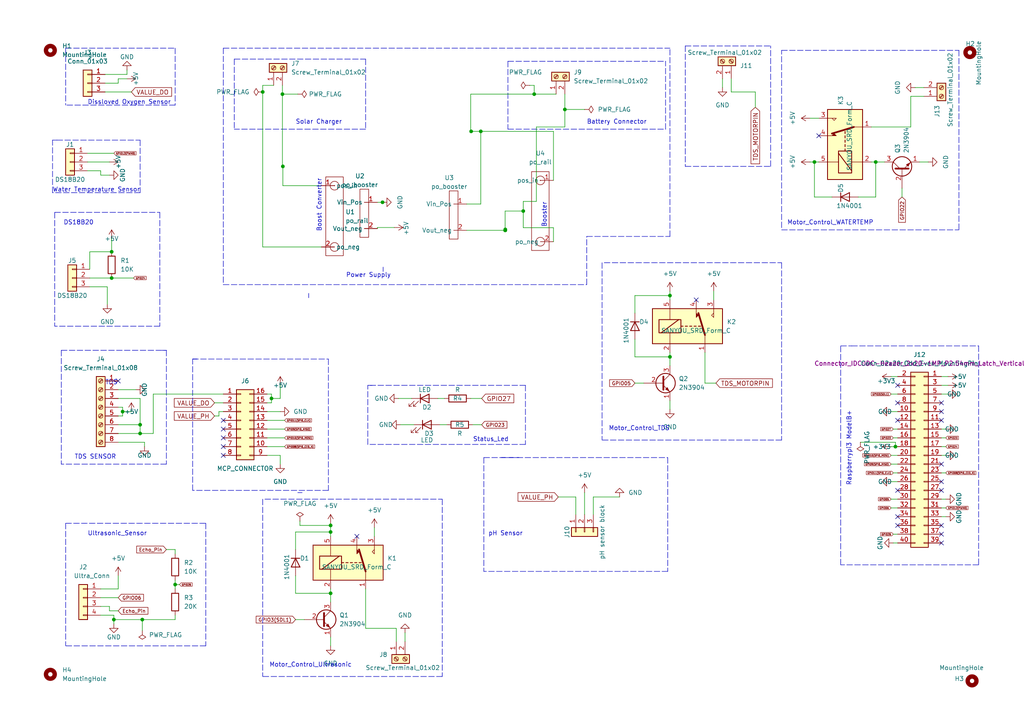
<source format=kicad_sch>
(kicad_sch (version 20211123) (generator eeschema)
  (paper "A4")
  (lib_symbols
    (symbol "Connector:Screw_Terminal_01x02" (pin_names (offset 1.016) hide)
      (property "Reference" "J" (at 0 2.54 0))
      (property "Value" "Screw_Terminal_01x02" (at 0 -5.08 0))
      (symbol "Screw_Terminal_01x02_1_1"
        (pin passive line (at -5.08 0 0) (length 3.81) (name "Pin_1") (number "1"))
        (pin passive line (at -5.08 -2.54 0) (length 3.81) (name "Pin_2") (number "2"))
      )
    )
    (symbol "Connector:Screw_Terminal_01x08" (pin_names (offset 1.016) hide)
      (property "Reference" "J" (at 0 10.16 0))
      (property "Value" "Screw_Terminal_01x08" (at 0 -12.7 0))
      (symbol "Screw_Terminal_01x08_1_1"
        (pin passive line (at -5.08 7.62 0) (length 3.81) (name "Pin_1") (number "1"))
        (pin passive line (at -5.08 5.08 0) (length 3.81) (name "Pin_2") (number "2"))
        (pin passive line (at -5.08 2.54 0) (length 3.81) (name "Pin_3") (number "3"))
        (pin passive line (at -5.08 0 0) (length 3.81) (name "Pin_4") (number "4"))
        (pin passive line (at -5.08 -2.54 0) (length 3.81) (name "Pin_5") (number "5"))
        (pin passive line (at -5.08 -5.08 0) (length 3.81) (name "Pin_6") (number "6"))
        (pin passive line (at -5.08 -7.62 0) (length 3.81) (name "Pin_7") (number "7"))
        (pin passive line (at -5.08 -10.16 0) (length 3.81) (name "Pin_8") (number "8"))
      )
    )
    (symbol "Connector_Generic:Conn_01x03" (pin_names (offset 1.016) hide)
      (property "Reference" "J" (at 0 5.08 0))
      (property "Value" "Conn_01x03" (at 0 -5.08 0))
      (symbol "Conn_01x03_1_1"
        (pin passive line (at -5.08 2.54 0) (length 3.81) (name "Pin_1") (number "1"))
        (pin passive line (at -5.08 0 0) (length 3.81) (name "Pin_2") (number "2"))
        (pin passive line (at -5.08 -2.54 0) (length 3.81) (name "Pin_3") (number "3"))
      )
    )
    (symbol "Connector_Generic:Conn_01x04" (pin_names (offset 1.016) hide)
      (property "Reference" "J" (at 0 5.08 0))
      (property "Value" "Conn_01x04" (at 0 -7.62 0))
      (symbol "Conn_01x04_1_1"
        (pin passive line (at -5.08 2.54 0) (length 3.81) (name "Pin_1") (number "1"))
        (pin passive line (at -5.08 0 0) (length 3.81) (name "Pin_2") (number "2"))
        (pin passive line (at -5.08 -2.54 0) (length 3.81) (name "Pin_3") (number "3"))
        (pin passive line (at -5.08 -5.08 0) (length 3.81) (name "Pin_4") (number "4"))
      )
    )
    (symbol "Connector_Generic:Conn_02x08_Row_Letter_Last" (pin_names (offset 1.016) hide)
      (property "Reference" "J6" (at 1.27 11.43 0))
      (property "Value" "MCP_CONNECTOR" (at 1.27 -13.97 0))
      (symbol "Conn_02x08_Row_Letter_Last_1_1"
        (pin passive line (at -5.08 7.62 0) (length 3.81) (name "Pin_1a") (number "1"))
        (pin passive line (at 7.62 -7.62 180) (length 3.81) (name "Pin_7b") (number "10"))
        (pin passive line (at 7.62 -5.08 180) (length 3.81) (name "Pin_6b") (number "11"))
        (pin passive line (at 7.62 -2.54 180) (length 3.81) (name "Pin_5b") (number "12"))
        (pin passive line (at 7.62 0 180) (length 3.81) (name "Pin_4b") (number "13"))
        (pin passive line (at 7.62 2.54 180) (length 3.81) (name "Pin_3b") (number "14"))
        (pin passive line (at 7.62 5.08 180) (length 3.81) (name "Pin_2b") (number "15"))
        (pin passive line (at 7.62 7.62 180) (length 3.81) (name "Pin_1b") (number "16"))
        (pin passive line (at -5.08 5.08 0) (length 3.81) (name "Pin_2a") (number "2"))
        (pin passive line (at -5.08 2.54 0) (length 3.81) (name "Pin_3a") (number "3"))
        (pin passive line (at -5.08 0 0) (length 3.81) (name "Pin_4a") (number "4"))
        (pin passive line (at -5.08 -2.54 0) (length 3.81) (name "Pin_5a") (number "5"))
        (pin passive line (at -5.08 -5.08 0) (length 3.81) (name "Pin_6a") (number "6"))
        (pin passive line (at -5.08 -7.62 0) (length 3.81) (name "Pin_7a") (number "7"))
        (pin passive line (at -5.08 -10.16 0) (length 3.81) (name "Pin_8a") (number "8"))
        (pin passive line (at 7.62 -10.16 180) (length 3.81) (name "Pin_8b") (number "9"))
      )
    )
    (symbol "Connector_Generic_MountingPin:Conn_02x20_Odd_Even_MountingPin" (pin_names (offset 1.016) hide)
      (property "Reference" "J12" (at 1.27 29.21 0))
      (property "Value" "Conn_02x20_Odd_Even_MountingPin" (at 1.27 26.67 0))
      (property "Footprint" "Connector_IDC:IDC-Header_2x20-1MP_P2.54mm_Latch_Vertical" (at 1.27 26.67 0))
      (symbol "Conn_02x20_Odd_Even_MountingPin_1_1"
        (pin passive line (at -5.08 22.86 0) (length 3.81) (name "Pin_1") (number "1"))
        (pin passive line (at 7.62 12.7 180) (length 3.81) (name "Pin_10") (number "10"))
        (pin passive line (at -5.08 10.16 0) (length 3.81) (name "Pin_11") (number "11"))
        (pin passive line (at 7.62 10.16 180) (length 3.81) (name "Pin_12") (number "12"))
        (pin passive line (at -5.08 7.62 0) (length 3.81) (name "Pin_13") (number "13"))
        (pin passive line (at 7.62 7.62 180) (length 3.81) (name "Pin_14") (number "14"))
        (pin passive line (at -5.08 5.08 0) (length 3.81) (name "Pin_15") (number "15"))
        (pin passive line (at 7.62 5.08 180) (length 3.81) (name "Pin_16") (number "16"))
        (pin passive line (at -5.08 2.54 0) (length 3.81) (name "Pin_17") (number "17"))
        (pin passive line (at 7.62 2.54 180) (length 3.81) (name "Pin_18") (number "18"))
        (pin passive line (at -5.08 0 0) (length 3.81) (name "Pin_19") (number "19"))
        (pin passive line (at 7.62 22.86 180) (length 3.81) (name "Pin_2") (number "2"))
        (pin passive line (at 7.62 0 180) (length 3.81) (name "Pin_20") (number "20"))
        (pin passive line (at -5.08 -2.54 0) (length 3.81) (name "Pin_21") (number "21"))
        (pin passive line (at 7.62 -2.54 180) (length 3.81) (name "Pin_22") (number "22"))
        (pin passive line (at -5.08 -5.08 0) (length 3.81) (name "Pin_23") (number "23"))
        (pin passive line (at 7.62 -5.08 180) (length 3.81) (name "Pin_24") (number "24"))
        (pin passive line (at -5.08 -7.62 0) (length 3.81) (name "Pin_25") (number "25"))
        (pin passive line (at 7.62 -7.62 180) (length 3.81) (name "Pin_26") (number "26"))
        (pin passive line (at -5.08 -10.16 0) (length 3.81) (name "Pin_27") (number "27"))
        (pin passive line (at 7.62 -10.16 180) (length 3.81) (name "Pin_28") (number "28"))
        (pin passive line (at -5.08 -12.7 0) (length 3.81) (name "Pin_29") (number "29"))
        (pin passive line (at -5.08 20.32 0) (length 3.81) (name "Pin_3") (number "3"))
        (pin passive line (at 7.62 -12.7 180) (length 3.81) (name "Pin_30") (number "30"))
        (pin passive line (at -5.08 -15.24 0) (length 3.81) (name "Pin_31") (number "31"))
        (pin passive line (at 7.62 -15.24 180) (length 3.81) (name "Pin_32") (number "32"))
        (pin passive line (at -5.08 -17.78 0) (length 3.81) (name "Pin_33") (number "33"))
        (pin passive line (at 7.62 -17.78 180) (length 3.81) (name "Pin_34") (number "34"))
        (pin passive line (at -5.08 -20.32 0) (length 3.81) (name "Pin_35") (number "35"))
        (pin passive line (at 7.62 -20.32 180) (length 3.81) (name "Pin_36") (number "36"))
        (pin passive line (at -5.08 -22.86 0) (length 3.81) (name "Pin_37") (number "37"))
        (pin passive line (at 7.62 -22.86 180) (length 3.81) (name "Pin_38") (number "38"))
        (pin passive line (at -5.08 -25.4 0) (length 3.81) (name "Pin_39") (number "39"))
        (pin passive line (at 7.62 20.32 180) (length 3.81) (name "Pin_4") (number "4"))
        (pin passive line (at 7.62 -25.4 180) (length 3.81) (name "Pin_40") (number "40"))
        (pin passive line (at -5.08 17.78 0) (length 3.81) (name "Pin_5") (number "5"))
        (pin passive line (at 7.62 17.78 180) (length 3.81) (name "Pin_6") (number "6"))
        (pin passive line (at -5.08 15.24 0) (length 3.81) (name "Pin_7") (number "7"))
        (pin passive line (at 7.62 15.24 180) (length 3.81) (name "Pin_8") (number "8"))
        (pin passive line (at -5.08 12.7 0) (length 3.81) (name "Pin_9") (number "9"))
      )
    )
    (symbol "Device:LED" (pin_numbers hide) (pin_names (offset 1.016) hide)
      (property "Reference" "D" (at 0 2.54 0))
      (property "Value" "LED" (at 0 -2.54 0))
      (symbol "LED_1_1"
        (pin passive line (at -3.81 0 0) (length 2.54) (name "K") (number "1"))
        (pin passive line (at 3.81 0 180) (length 2.54) (name "A") (number "2"))
      )
    )
    (symbol "Device:R" (pin_numbers hide) (pin_names (offset 0))
      (property "Reference" "R" (at 2.032 0 90))
      (property "Value" "R" (at 0 0 90))
      (symbol "R_1_1"
        (pin passive line (at 0 3.81 270) (length 1.27) (name "~") (number "1"))
        (pin passive line (at 0 -3.81 90) (length 1.27) (name "~") (number "2"))
      )
    )
    (symbol "Diode:1N4001" (pin_numbers hide) (pin_names (offset 1.016) hide)
      (property "Reference" "D" (at 0 2.54 0))
      (property "Value" "1N4001" (at 0 -2.54 0))
      (symbol "1N4001_1_1"
        (pin passive line (at -3.81 0 0) (length 2.54) (name "K") (number "1"))
        (pin passive line (at 3.81 0 180) (length 2.54) (name "A") (number "2"))
      )
    )
    (symbol "Mechanical:MountingHole" (pin_names (offset 1.016))
      (property "Reference" "H" (at 0 5.08 0))
      (property "Value" "MountingHole" (at 0 3.175 0))
    )
    (symbol "Relay:SANYOU_SRD_Form_C"
      (property "Reference" "K" (at 11.43 3.81 0))
      (property "Value" "SANYOU_SRD_Form_C" (at 11.43 1.27 0))
      (symbol "SANYOU_SRD_Form_C_1_1"
        (pin passive line (at 5.08 -7.62 90) (length 2.54) (name "~") (number "1"))
        (pin passive line (at -5.08 -7.62 90) (length 2.54) (name "~") (number "2"))
        (pin passive line (at 7.62 7.62 270) (length 2.54) (name "~") (number "3"))
        (pin passive line (at 2.54 7.62 270) (length 2.54) (name "~") (number "4"))
        (pin passive line (at -5.08 7.62 270) (length 2.54) (name "~") (number "5"))
      )
    )
    (symbol "Transistor_BJT:2N3904" (pin_names (offset 0) hide)
      (property "Reference" "Q" (at 5.08 1.905 0))
      (property "Value" "2N3904" (at 5.08 0 0))
      (symbol "2N3904_1_1"
        (pin passive line (at 2.54 -5.08 90) (length 2.54) (name "E") (number "1"))
        (pin passive line (at -5.08 0 0) (length 5.715) (name "B") (number "2"))
        (pin passive line (at 2.54 5.08 270) (length 2.54) (name "C") (number "3"))
      )
    )
    (symbol "po_booster_1"
      (property "Reference" "U2" (at 1.27 11.43 0))
      (property "Value" "po_booster" (at 1.27 8.89 0))
      (symbol "po_booster_1_1_1"
        (pin passive line (at -3.81 3.81 0) (length 3.81) (name "Vin_Pos") (number "1"))
        (pin passive line (at -3.81 -3.81 0) (length 3.81) (name "Vout_neg") (number "2"))
      )
    )
    (symbol "po_sol:po_rail"
      (property "Reference" "U" (at 0 -11.43 0))
      (property "Value" "po_rail" (at 0 13.97 0))
      (symbol "po_rail_1_1"
        (pin passive line (at -3.81 6.35 0) (length 3.81) (name "pos_in") (number "1"))
        (pin passive line (at -3.81 -11.43 0) (length 3.81) (name "po_neg") (number "2"))
      )
    )
    (symbol "power:+3.3V" (power) (pin_names (offset 0))
      (property "Value" "+3.3V" (at 0 3.556 0))
      (symbol "+3.3V_1_1"
        (pin power_in line (at 0 0 90) (length 0) hide (name "+3V3") (number "1"))
      )
    )
    (symbol "power:+5V" (power) (pin_names (offset 0))
      (property "Value" "+5V" (at 0 3.556 0))
      (symbol "+5V_1_1"
        (pin power_in line (at 0 0 90) (length 0) hide (name "+5V") (number "1"))
      )
    )
    (symbol "power:GND" (power) (pin_names (offset 0))
      (property "Value" "GND" (at 0 -3.81 0))
      (symbol "GND_1_1"
        (pin power_in line (at 0 0 270) (length 0) hide (name "GND") (number "1"))
      )
    )
    (symbol "power:PWR_FLAG" (power) (pin_numbers hide) (pin_names (offset 0) hide)
      (property "Value" "PWR_FLAG" (at 0 3.81 0))
      (symbol "PWR_FLAG_0_0"
        (pin power_out line (at 0 0 90) (length 0) (name "pwr") (number "1"))
      )
    )
  )
  (junction (at 50.8 169.545))
  (junction (at 33.02 179.705))
  (junction (at 110.9472 58.674))
  (junction (at 236.22 46.99))
  (junction (at 82.042 48.26))
  (junction (at 151.765 61.214))
  (junction (at 136.652 38.1))
  (junction (at 35.56 119.38))
  (junction (at 163.83 31.75))
  (junction (at 146.558 66.802))
  (junction (at 154.94 27.305))
  (junction (at 32.385 73.025))
  (junction (at 146.558 66.548))
  (junction (at 254 46.99))
  (junction (at 41.275 179.705))
  (junction (at 95.885 152.4))
  (junction (at 194.31 103.505))
  (junction (at 40.64 125.73))
  (junction (at 40.64 123.19))
  (junction (at 194.31 85.725))
  (junction (at 95.885 172.085))
  (junction (at 259.715 129.54))
  (junction (at 78.74 115.57))
  (junction (at 32.385 80.645))
  (junction (at 81.915 27.305))
  (junction (at 76.2 26.67))
  (junction (at 146.5072 66.802))
  (junction (at 95.885 154.305))
  (junction (at 139.446 38.1))
  (no_connect (at 237.49 39.37))
  (no_connect (at 260.35 111.76))
  (no_connect (at 273.05 134.62))
  (no_connect (at 64.77 124.46))
  (no_connect (at 64.77 127))
  (no_connect (at 64.77 129.54))
  (no_connect (at 64.77 132.08))
  (no_connect (at 34.29 110.49))
  (no_connect (at 260.35 142.24))
  (no_connect (at 273.05 152.4))
  (no_connect (at 260.35 149.86))
  (no_connect (at 260.35 116.84))
  (no_connect (at 273.05 116.84))
  (no_connect (at 260.35 121.92))
  (no_connect (at 273.05 139.7))
  (no_connect (at 273.05 142.24))
  (no_connect (at 273.05 119.38))
  (no_connect (at 201.93 86.995))
  (no_connect (at 260.35 152.4))
  (no_connect (at 273.05 154.94))
  (no_connect (at 273.05 157.48))
  (no_connect (at 273.05 121.92))
  (no_connect (at 64.77 121.92))
  (no_connect (at 103.505 155.575))
  (wire (pts (xy 241.3 57.15) (xy 236.22 57.15)))
  (wire (pts (xy 114.935 182.245) (xy 114.935 186.055)))
  (polyline (pts (xy 152.4 111.76) (xy 152.4 128.905)))
  (polyline (pts (xy 106.045 37.465) (xy 67.945 37.465)))
  (wire (pts (xy 35.56 119.38) (xy 38.1 119.38)))
  (wire (pts (xy 259.08 127) (xy 260.35 127)))
  (wire (pts (xy 117.475 183.515) (xy 117.475 186.055)))
  (polyline (pts (xy 40.64 55.88) (xy 15.24 55.88)))
  (wire (pts (xy 151.765 58.42) (xy 151.765 61.214)))
  (wire (pts (xy 258.445 144.78) (xy 260.35 144.78)))
  (wire (pts (xy 254 46.99) (xy 256.54 46.99)))
  (wire (pts (xy 258.445 119.38) (xy 260.35 119.38)))
  (wire (pts (xy 29.21 178.435) (xy 33.02 178.435)))
  (wire (pts (xy 154.94 24.765) (xy 154.94 27.305)))
  (wire (pts (xy 273.05 114.3) (xy 274.955 114.3)))
  (wire (pts (xy 127 115.57) (xy 128.905 115.57)))
  (polyline (pts (xy 76.2 144.78) (xy 76.2 196.215)))
  (polyline (pts (xy 64.77 13.97) (xy 64.77 82.55)))
  (polyline (pts (xy 106.68 128.905) (xy 106.68 111.76)))
  (polyline (pts (xy 95.25 142.24) (xy 55.88 142.24)))
  (wire (pts (xy 194.31 103.505) (xy 194.31 106.045)))
  (polyline (pts (xy 40.64 40.64) (xy 40.64 55.88)))
  (wire (pts (xy 252.73 46.99) (xy 254 46.99)))
  (wire (pts (xy 77.47 121.92) (xy 82.55 121.92)))
  (polyline (pts (xy 152.4 128.905) (xy 106.68 128.905)))
  (polyline (pts (xy 76.835 144.78) (xy 128.27 144.78)))
  (wire (pts (xy 252.73 36.83) (xy 264.16 36.83)))
  (wire (pts (xy 212.09 26.67) (xy 212.09 22.86)))
  (wire (pts (xy 146.5072 61.214) (xy 151.765 61.214)))
  (wire (pts (xy 248.92 57.15) (xy 254 57.15)))
  (wire (pts (xy 85.725 167.005) (xy 85.725 172.085)))
  (polyline (pts (xy 59.69 151.765) (xy 59.69 187.325)))
  (wire (pts (xy 26.035 78.105) (xy 26.035 73.025)))
  (polyline (pts (xy 147.32 17.78) (xy 193.04 17.78)))
  (wire (pts (xy 273.05 127) (xy 274.32 127)))
  (polyline (pts (xy 19.05 151.765) (xy 59.69 151.765)))
  (wire (pts (xy 265.43 25.4) (xy 267.97 25.4)))
  (wire (pts (xy 35.56 119.38) (xy 35.56 118.11)))
  (wire (pts (xy 35.56 120.65) (xy 35.56 119.38)))
  (wire (pts (xy 146.558 66.802) (xy 146.558 66.548)))
  (wire (pts (xy 26.035 80.645) (xy 32.385 80.645)))
  (wire (pts (xy 127.635 123.19) (xy 129.54 123.19)))
  (wire (pts (xy 154.94 27.305) (xy 136.525 27.305)))
  (wire (pts (xy 77.47 119.38) (xy 81.28 119.38)))
  (polyline (pts (xy 223.52 48.26) (xy 223.52 13.335)))
  (wire (pts (xy 35.56 118.11) (xy 34.29 118.11)))
  (wire (pts (xy 82.042 53.848) (xy 93.218 53.848)))
  (wire (pts (xy 258.445 109.22) (xy 260.35 109.22)))
  (wire (pts (xy 76.2 24.765) (xy 76.2 26.67)))
  (polyline (pts (xy 50.8 13.97) (xy 50.8 30.48)))
  (wire (pts (xy 25.4 49.53) (xy 29.21 49.53)))
  (wire (pts (xy 184.15 98.425) (xy 184.15 103.505)))
  (wire (pts (xy 258.445 129.54) (xy 259.715 129.54)))
  (polyline (pts (xy 128.27 144.78) (xy 128.27 196.215)))
  (wire (pts (xy 95.885 152.4) (xy 95.885 154.305)))
  (polyline (pts (xy 147.32 17.78) (xy 147.32 37.465)))
  (polyline (pts (xy 145.415 132.715) (xy 193.675 132.715)))
  (polyline (pts (xy 193.04 37.465) (xy 193.04 17.78)))
  (polyline (pts (xy 19.05 151.765) (xy 19.05 187.325)))
  (polyline (pts (xy 19.05 13.97) (xy 50.8 13.97)))
  (wire (pts (xy 184.15 111.125) (xy 186.69 111.125)))
  (wire (pts (xy 34.29 170.815) (xy 34.29 167.005)))
  (wire (pts (xy 139.446 38.1) (xy 160.528 38.1)))
  (polyline (pts (xy 193.675 165.735) (xy 140.335 165.735)))
  (wire (pts (xy 44.45 114.3) (xy 44.45 125.73)))
  (polyline (pts (xy 170.18 82.55) (xy 170.18 68.58)))
  (wire (pts (xy 81.915 24.765) (xy 81.915 27.305)))
  (polyline (pts (xy 226.695 127.635) (xy 174.625 127.635)))
  (polyline (pts (xy 64.77 82.55) (xy 170.18 82.55)))
  (wire (pts (xy 106.045 182.245) (xy 114.935 182.245)))
  (polyline (pts (xy 67.945 17.145) (xy 67.945 37.465)))
  (wire (pts (xy 259.08 157.48) (xy 260.35 157.48)))
  (polyline (pts (xy 107.315 111.76) (xy 152.4 111.76)))
  (polyline (pts (xy 243.84 163.83) (xy 243.84 100.33)))
  (wire (pts (xy 29.21 170.815) (xy 34.29 170.815)))
  (polyline (pts (xy 106.045 17.145) (xy 106.045 37.465)))
  (wire (pts (xy 258.445 139.7) (xy 260.35 139.7)))
  (wire (pts (xy 48.26 159.385) (xy 50.8 159.385)))
  (wire (pts (xy 114.3508 65.9892) (xy 109.474 65.9892)))
  (wire (pts (xy 259.715 129.54) (xy 260.35 129.54)))
  (wire (pts (xy 81.915 27.305) (xy 81.915 48.26)))
  (wire (pts (xy 95.885 172.085) (xy 95.885 174.625)))
  (wire (pts (xy 40.64 123.19) (xy 40.64 125.73)))
  (polyline (pts (xy 247.015 100.33) (xy 283.845 100.33)))
  (wire (pts (xy 31.115 83.185) (xy 31.115 88.265)))
  (polyline (pts (xy 15.24 40.64) (xy 16.51 40.64)))
  (wire (pts (xy 30.48 26.67) (xy 38.1 26.67)))
  (polyline (pts (xy 283.845 163.83) (xy 243.84 163.83)))
  (polyline (pts (xy 140.335 132.715) (xy 150.495 132.715)))
  (wire (pts (xy 25.4 44.45) (xy 33.02 44.45)))
  (wire (pts (xy 135.382 59.182) (xy 139.446 59.182)))
  (polyline (pts (xy 226.695 14.605) (xy 278.13 14.605)))
  (polyline (pts (xy 15.24 55.88) (xy 15.24 40.64)))
  (wire (pts (xy 136.525 38.1) (xy 136.652 38.1)))
  (wire (pts (xy 115.57 115.57) (xy 119.38 115.57)))
  (wire (pts (xy 136.652 38.1) (xy 139.446 38.1)))
  (polyline (pts (xy 226.695 76.2) (xy 226.695 127.635)))
  (wire (pts (xy 264.16 27.94) (xy 267.97 27.94)))
  (wire (pts (xy 109.474 65.9892) (xy 109.474 66.294)))
  (wire (pts (xy 93.218 71.628) (xy 76.2 71.628)))
  (wire (pts (xy 81.915 27.305) (xy 86.36 27.305)))
  (wire (pts (xy 36.83 21.59) (xy 36.83 20.32)))
  (wire (pts (xy 29.21 173.355) (xy 34.29 173.355)))
  (wire (pts (xy 78.74 115.57) (xy 78.74 114.3)))
  (wire (pts (xy 212.09 26.67) (xy 219.075 26.67)))
  (wire (pts (xy 273.05 132.08) (xy 274.32 132.08)))
  (wire (pts (xy 85.725 179.705) (xy 88.265 179.705)))
  (polyline (pts (xy 147.32 37.465) (xy 193.04 37.465)))
  (polyline (pts (xy 16.51 40.64) (xy 40.64 40.64)))
  (polyline (pts (xy 193.675 132.715) (xy 193.675 165.735)))
  (wire (pts (xy 85.725 159.385) (xy 85.725 154.305)))
  (wire (pts (xy 29.21 175.895) (xy 31.75 175.895)))
  (wire (pts (xy 62.23 120.65) (xy 63.5 120.65)))
  (wire (pts (xy 81.28 111.76) (xy 81.28 115.57)))
  (wire (pts (xy 273.05 147.32) (xy 274.32 147.32)))
  (wire (pts (xy 273.05 129.54) (xy 274.32 129.54)))
  (polyline (pts (xy 46.99 101.6) (xy 48.26 101.6)))
  (polyline (pts (xy 174.625 76.2) (xy 174.625 127.635)))
  (wire (pts (xy 273.05 124.46) (xy 274.32 124.46)))
  (polyline (pts (xy 198.755 13.335) (xy 223.52 13.335)))
  (wire (pts (xy 139.446 59.182) (xy 139.446 38.1)))
  (wire (pts (xy 77.47 114.3) (xy 78.74 114.3)))
  (polyline (pts (xy 111.125 78.74) (xy 111.125 77.47)))
  (wire (pts (xy 33.02 179.705) (xy 41.275 179.705)))
  (wire (pts (xy 137.16 123.19) (xy 139.7 123.19)))
  (polyline (pts (xy 95.25 104.14) (xy 95.25 142.24)))
  (wire (pts (xy 204.47 111.125) (xy 207.645 111.125)))
  (wire (pts (xy 33.02 178.435) (xy 33.02 179.705)))
  (wire (pts (xy 172.085 144.145) (xy 172.085 149.225)))
  (wire (pts (xy 146.5072 66.802) (xy 146.5072 61.214)))
  (wire (pts (xy 77.47 116.84) (xy 78.74 116.84)))
  (wire (pts (xy 167.005 144.145) (xy 167.005 149.225)))
  (wire (pts (xy 34.29 22.86) (xy 36.83 22.86)))
  (wire (pts (xy 194.31 84.455) (xy 194.31 85.725)))
  (wire (pts (xy 163.83 31.75) (xy 169.545 31.75)))
  (polyline (pts (xy 89.535 86.36) (xy 89.535 85.09)))
  (wire (pts (xy 179.705 144.145) (xy 172.085 144.145)))
  (wire (pts (xy 207.01 84.455) (xy 207.01 86.995)))
  (wire (pts (xy 155.575 58.42) (xy 151.765 58.42)))
  (wire (pts (xy 85.725 154.305) (xy 95.885 154.305)))
  (polyline (pts (xy 86.36 142.875) (xy 87.63 142.875)))
  (wire (pts (xy 261.62 57.15) (xy 261.62 54.61)))
  (wire (pts (xy 78.74 116.84) (xy 78.74 115.57)))
  (polyline (pts (xy 278.13 14.605) (xy 278.13 66.675)))
  (polyline (pts (xy 67.945 17.145) (xy 106.045 17.145)))
  (wire (pts (xy 136.525 27.305) (xy 136.525 38.1)))
  (wire (pts (xy 266.7 46.99) (xy 269.24 46.99)))
  (wire (pts (xy 31.75 175.895) (xy 31.75 177.165)))
  (polyline (pts (xy 17.78 101.6) (xy 48.26 101.6)))
  (wire (pts (xy 234.95 46.99) (xy 236.22 46.99)))
  (polyline (pts (xy 15.875 61.595) (xy 46.355 61.595)))
  (wire (pts (xy 26.035 73.025) (xy 32.385 73.025)))
  (polyline (pts (xy 59.69 187.325) (xy 19.05 187.325)))
  (wire (pts (xy 254 57.15) (xy 254 46.99)))
  (wire (pts (xy 25.4 46.99) (xy 31.75 46.99)))
  (wire (pts (xy 50.8 169.545) (xy 52.07 169.545)))
  (wire (pts (xy 95.885 151.765) (xy 95.885 152.4)))
  (polyline (pts (xy 50.8 30.48) (xy 19.05 30.48)))
  (wire (pts (xy 259.08 154.94) (xy 260.35 154.94)))
  (wire (pts (xy 32.385 80.645) (xy 38.735 80.645)))
  (wire (pts (xy 116.205 123.19) (xy 120.015 123.19)))
  (wire (pts (xy 219.075 26.67) (xy 219.075 31.115)))
  (wire (pts (xy 34.29 115.57) (xy 40.64 115.57)))
  (wire (pts (xy 184.15 103.505) (xy 194.31 103.505)))
  (polyline (pts (xy 243.84 100.33) (xy 247.015 100.33)))
  (wire (pts (xy 236.22 46.99) (xy 237.49 46.99)))
  (wire (pts (xy 34.29 125.73) (xy 40.64 125.73)))
  (wire (pts (xy 155.575 36.83) (xy 155.575 58.42)))
  (wire (pts (xy 236.22 57.15) (xy 236.22 46.99)))
  (wire (pts (xy 29.21 50.8) (xy 31.75 50.8)))
  (polyline (pts (xy 106.68 111.76) (xy 107.95 111.76)))
  (wire (pts (xy 106.045 170.815) (xy 106.045 182.245)))
  (wire (pts (xy 82.042 48.26) (xy 82.042 53.848)))
  (wire (pts (xy 32.385 69.215) (xy 32.385 73.025)))
  (polyline (pts (xy 194.31 68.58) (xy 194.31 13.97)))
  (wire (pts (xy 258.445 147.32) (xy 260.35 147.32)))
  (polyline (pts (xy 175.26 76.2) (xy 226.695 76.2)))
  (polyline (pts (xy 17.78 101.6) (xy 17.78 134.62)))
  (wire (pts (xy 86.995 151.13) (xy 86.995 152.4)))
  (wire (pts (xy 50.8 169.545) (xy 50.8 170.815)))
  (wire (pts (xy 184.15 90.805) (xy 184.15 85.725)))
  (polyline (pts (xy 46.355 61.595) (xy 46.355 94.615)))
  (wire (pts (xy 184.15 85.725) (xy 194.31 85.725)))
  (wire (pts (xy 95.885 154.305) (xy 95.885 155.575)))
  (wire (pts (xy 34.29 24.13) (xy 34.29 22.86)))
  (wire (pts (xy 41.275 179.705) (xy 41.275 182.88)))
  (wire (pts (xy 44.45 114.3) (xy 64.77 114.3)))
  (wire (pts (xy 86.995 152.4) (xy 95.885 152.4)))
  (wire (pts (xy 34.29 123.19) (xy 40.64 123.19)))
  (polyline (pts (xy 226.695 66.675) (xy 278.13 66.675)))
  (polyline (pts (xy 198.755 48.26) (xy 223.52 48.26)))
  (wire (pts (xy 34.29 113.03) (xy 39.37 113.03)))
  (wire (pts (xy 163.83 27.305) (xy 163.83 31.75)))
  (wire (pts (xy 29.21 49.53) (xy 29.21 50.8)))
  (wire (pts (xy 81.28 115.57) (xy 78.74 115.57)))
  (wire (pts (xy 273.05 137.16) (xy 274.32 137.16)))
  (wire (pts (xy 77.47 127) (xy 82.55 127)))
  (wire (pts (xy 169.545 142.875) (xy 169.545 149.225)))
  (polyline (pts (xy 64.77 13.97) (xy 194.31 13.97)))
  (wire (pts (xy 30.48 24.13) (xy 34.29 24.13)))
  (wire (pts (xy 26.035 83.185) (xy 31.115 83.185)))
  (wire (pts (xy 81.915 48.26) (xy 82.042 48.26)))
  (wire (pts (xy 160.528 52.324) (xy 160.528 38.1)))
  (wire (pts (xy 204.47 102.235) (xy 204.47 111.125)))
  (wire (pts (xy 163.83 31.75) (xy 163.83 36.83)))
  (polyline (pts (xy 55.88 104.14) (xy 95.25 104.14)))
  (wire (pts (xy 153.67 24.765) (xy 154.94 24.765)))
  (wire (pts (xy 259.08 124.46) (xy 260.35 124.46)))
  (wire (pts (xy 41.275 179.705) (xy 50.8 179.705)))
  (wire (pts (xy 194.31 85.725) (xy 194.31 86.995)))
  (polyline (pts (xy 128.27 196.215) (xy 76.2 196.215)))
  (wire (pts (xy 146.5072 66.802) (xy 146.558 66.802)))
  (wire (pts (xy 135.382 66.802) (xy 146.5072 66.802)))
  (wire (pts (xy 258.445 134.62) (xy 260.35 134.62)))
  (wire (pts (xy 40.64 115.57) (xy 40.64 123.19)))
  (polyline (pts (xy 46.355 94.615) (xy 15.875 94.615)))
  (wire (pts (xy 108.585 153.035) (xy 108.585 155.575)))
  (wire (pts (xy 249.555 128.27) (xy 259.715 128.27)))
  (polyline (pts (xy 198.755 13.335) (xy 198.755 48.26)))
  (wire (pts (xy 194.31 102.235) (xy 194.31 103.505)))
  (polyline (pts (xy 140.335 132.715) (xy 140.335 165.735)))
  (polyline (pts (xy 226.695 66.04) (xy 226.695 14.605)))
  (wire (pts (xy 136.525 115.57) (xy 139.7 115.57)))
  (wire (pts (xy 160.528 66.04) (xy 160.528 70.104)))
  (polyline (pts (xy 170.18 68.58) (xy 194.31 68.58)))
  (wire (pts (xy 264.16 36.83) (xy 264.16 27.94)))
  (wire (pts (xy 95.885 170.815) (xy 95.885 172.085)))
  (wire (pts (xy 77.47 132.08) (xy 81.28 132.08)))
  (wire (pts (xy 41.91 128.27) (xy 41.91 129.54)))
  (wire (pts (xy 40.64 125.73) (xy 44.45 125.73)))
  (wire (pts (xy 161.29 27.305) (xy 154.94 27.305)))
  (polyline (pts (xy 55.88 142.24) (xy 55.88 104.14)))
  (wire (pts (xy 50.8 178.435) (xy 50.8 179.705)))
  (wire (pts (xy 161.925 144.145) (xy 167.005 144.145)))
  (wire (pts (xy 34.29 128.27) (xy 41.91 128.27)))
  (wire (pts (xy 85.725 172.085) (xy 95.885 172.085)))
  (wire (pts (xy 76.2 26.67) (xy 76.2 71.628)))
  (wire (pts (xy 79.375 24.765) (xy 76.2 24.765)))
  (wire (pts (xy 77.47 129.54) (xy 82.55 129.54)))
  (wire (pts (xy 109.474 58.674) (xy 110.9472 58.674)))
  (wire (pts (xy 95.885 184.785) (xy 95.885 187.325)))
  (polyline (pts (xy 55.88 104.14) (xy 57.15 104.14)))
  (wire (pts (xy 209.55 25.4) (xy 209.55 22.86)))
  (wire (pts (xy 30.48 21.59) (xy 36.83 21.59)))
  (wire (pts (xy 273.05 111.76) (xy 274.955 111.76)))
  (wire (pts (xy 62.23 116.84) (xy 64.77 116.84)))
  (wire (pts (xy 50.8 159.385) (xy 50.8 160.655)))
  (wire (pts (xy 194.31 116.205) (xy 194.31 118.745)))
  (wire (pts (xy 259.08 137.16) (xy 260.35 137.16)))
  (polyline (pts (xy 19.05 13.97) (xy 19.05 30.48)))
  (wire (pts (xy 63.5 119.38) (xy 63.5 120.65)))
  (wire (pts (xy 33.02 179.705) (xy 33.02 180.975)))
  (wire (pts (xy 110.9472 58.674) (xy 110.998 58.674)))
  (wire (pts (xy 258.445 114.3) (xy 260.35 114.3)))
  (wire (pts (xy 151.765 61.214) (xy 151.765 66.04)))
  (polyline (pts (xy 283.845 100.33) (xy 283.845 163.83)))
  (wire (pts (xy 234.95 34.29) (xy 237.49 34.29)))
  (wire (pts (xy 77.47 124.46) (xy 82.55 124.46)))
  (wire (pts (xy 63.5 119.38) (xy 64.77 119.38)))
  (wire (pts (xy 273.05 149.86) (xy 274.32 149.86)))
  (wire (pts (xy 34.29 120.65) (xy 35.56 120.65)))
  (polyline (pts (xy 48.26 134.62) (xy 17.78 134.62)))
  (wire (pts (xy 273.05 109.22) (xy 274.955 109.22)))
  (wire (pts (xy 273.05 144.78) (xy 274.32 144.78)))
  (wire (pts (xy 81.28 132.08) (xy 81.28 134.62)))
  (wire (pts (xy 31.75 177.165) (xy 34.29 177.165)))
  (wire (pts (xy 163.83 36.83) (xy 155.575 36.83)))
  (wire (pts (xy 151.765 66.04) (xy 160.528 66.04)))
  (polyline (pts (xy 48.26 101.6) (xy 48.26 134.62)))
  (polyline (pts (xy 15.875 61.595) (xy 15.875 94.615)))
  (wire (pts (xy 258.445 132.08) (xy 260.35 132.08)))
  (wire (pts (xy 259.715 128.27) (xy 259.715 129.54)))
  (wire (pts (xy 50.8 168.275) (xy 50.8 169.545)))
  (text "Boost Converter" (at 93.345 67.31 90) (effects (font (size 1.27 1.27)) (justify left bottom)))
  (text "Dissloved Oxygen Sensor" (at 25.4 30.48 0) (effects (font (size 1.27 1.27)) (justify left bottom)))
  (text "TDS" (at 30.48 111.76 0) (effects (font (size 1.27 1.27)) (justify left bottom)))
  (text "Raspberrypi3 ModelB+" (at 247.015 140.97 90) (effects (font (size 1.27 1.27)) (justify left bottom)))
  (text "pH Sensor " (at 141.605 155.575 0) (effects (font (size 1.27 1.27)) (justify left bottom)))
  (text "TDS SENSOR" (at 21.59 133.35 0) (effects (font (size 1.27 1.27)) (justify left bottom)))
  (text "Status_Led" (at 137.16 128.27 0) (effects (font (size 1.27 1.27)) (justify left bottom)))
  (text "Water Temperature Sensor" (at 15.24 55.88 0) (effects (font (size 1.27 1.27)) (justify left bottom)))
  (text "Battery Connector" (at 170.18 36.195 0) (effects (font (size 1.27 1.27)) (justify left bottom)))
  (text "Power Supply" (at 100.33 80.645 0) (effects (font (size 1.27 1.27)) (justify left bottom)))
  (text "Motor_Control_TDS" (at 176.53 125.095 0) (effects (font (size 1.27 1.27)) (justify left bottom)))
  (text "Ultrasonic_Sensor" (at 25.4 155.575 0) (effects (font (size 1.27 1.27)) (justify left bottom)))
  (text "Motor_Control_Ultrasonic" (at 78.105 193.675 0) (effects (font (size 1.27 1.27)) (justify left bottom)))
  (text "Solar Charger" (at 85.725 36.195 0) (effects (font (size 1.27 1.27)) (justify left bottom)))
  (text "DS18B20" (at 18.415 65.405 0) (effects (font (size 1.27 1.27)) (justify left bottom)))
  (text "Booster" (at 158.623 66.04 90) (effects (font (size 1.27 1.27)) (justify left bottom)))
  (text "Motor_Control_WATERTEMP" (at 253.365 65.405 180) (effects (font (size 1.27 1.27)) (justify right bottom)))
  (global_label "GPIO11(SPI0_CLK)" (shape input) (at 259.08 137.16 180) (effects (font (size 0.5 0.5))) (property "Intersheet References" "${INTERSHEET_REFS}" (effects hide)))
  (global_label "GPIO9(SPI0_MISO)" (shape input) (at 82.55 124.46 0) (effects (font (size 0.5 0.5))) (property "Intersheet References" "${INTERSHEET_REFS}" (effects hide)))
  (global_label "GPIO11(SPI0_CLK)" (shape input) (at 82.55 121.92 0) (effects (font (size 0.5 0.5))) (property "Intersheet References" "${INTERSHEET_REFS}" (effects hide)))
  (global_label "GPIO08(SPI0_CE0_N)" (shape input) (at 82.55 129.54 0) (effects (font (size 0.5 0.5))) (property "Intersheet References" "${INTERSHEET_REFS}" (effects hide)))
  (global_label "GPIO05" (shape input) (at 258.445 144.78 180) (effects (font (size 0.5 0.5))) (property "Intersheet References" "${INTERSHEET_REFS}" (effects hide)))
  (global_label "TDS_MOTORPIN" (shape input) (at 219.075 31.115 270) (property "Intersheet References" "${INTERSHEET_REFS}" (effects hide)))
  (global_label "GPIO26" (shape input) (at 52.07 169.545 0) (effects (font (size 0.5 0.5))) (property "Intersheet References" "${INTERSHEET_REFS}" (effects hide)))
  (global_label "GPIO27" (shape input) (at 259.08 124.46 180) (effects (font (size 0.5 0.5))) (property "Intersheet References" "${INTERSHEET_REFS}" (effects hide)))
  (global_label "GPIO12(PWM0)" (shape input) (at 274.32 147.32 0) (effects (font (size 0.5 0.5))) (property "Intersheet References" "${INTERSHEET_REFS}" (effects hide)))
  (global_label "GPIO23" (shape input) (at 274.32 127 0) (effects (font (size 0.5 0.5))) (property "Intersheet References" "${INTERSHEET_REFS}" (effects hide)))
  (global_label "GPIO3(SDL1)" (shape input) (at 258.445 114.3 180) (effects (font (size 0.5 0.5))) (property "Intersheet References" "${INTERSHEET_REFS}" (effects hide)))
  (global_label "GPIO06" (shape input) (at 258.445 147.32 180) (effects (font (size 0.5 0.5))) (property "Intersheet References" "${INTERSHEET_REFS}" (effects hide)))
  (global_label "GPIO24" (shape input) (at 274.32 129.54 0) (effects (font (size 0.5 0.5))) (property "Intersheet References" "${INTERSHEET_REFS}" (effects hide)))
  (global_label "GPIO26" (shape input) (at 259.08 154.94 180) (effects (font (size 0.5 0.5))) (property "Intersheet References" "${INTERSHEET_REFS}" (effects hide)))
  (global_label "GPIO06" (shape input) (at 34.29 173.355 0) (effects (font (size 1 1))) (property "Intersheet References" "${INTERSHEET_REFS}" (effects hide)))
  (global_label "GPIO10(SPI0_MOSI)" (shape input) (at 258.445 132.08 180) (effects (font (size 0.5 0.5))) (property "Intersheet References" "${INTERSHEET_REFS}" (effects hide)))
  (global_label "GPIO05" (shape input) (at 184.15 111.125 180) (effects (font (size 1 1))) (property "Intersheet References" "${INTERSHEET_REFS}" (effects hide)))
  (global_label "GPIO10(SPI0_MOSI)" (shape input) (at 82.55 127 0) (effects (font (size 0.5 0.5))) (property "Intersheet References" "${INTERSHEET_REFS}" (effects hide)))
  (global_label "Echo_Pin" (shape input) (at 48.26 159.385 180) (effects (font (size 1 1))) (property "Intersheet References" "${INTERSHEET_REFS}" (effects hide)))
  (global_label "GPIO08(SPI0_CE0_N)" (shape input) (at 274.32 137.16 0) (effects (font (size 0.5 0.5))) (property "Intersheet References" "${INTERSHEET_REFS}" (effects hide)))
  (global_label "GPIO24" (shape input) (at 38.735 80.645 0) (effects (font (size 0.5 0.5))) (property "Intersheet References" "${INTERSHEET_REFS}" (effects hide)))
  (global_label "GPIO12(PWM0)" (shape input) (at 33.02 44.45 0) (effects (font (size 0.5 0.5))) (property "Intersheet References" "${INTERSHEET_REFS}" (effects hide)))
  (global_label "VALUE_DO" (shape input) (at 38.1 26.67 0) (property "Intersheet References" "${INTERSHEET_REFS}" (effects hide)))
  (global_label "GPIO23" (shape input) (at 139.7 123.19 0) (effects (font (size 1 1))) (property "Intersheet References" "${INTERSHEET_REFS}" (effects hide)))
  (global_label "Echo_Pin" (shape input) (at 34.29 177.165 0) (effects (font (size 1 1))) (property "Intersheet References" "${INTERSHEET_REFS}" (effects hide)))
  (global_label "VALUE_PH" (shape input) (at 161.925 144.145 180) (property "Intersheet References" "${INTERSHEET_REFS}" (effects hide)))
  (global_label "GPIO22" (shape input) (at 259.08 127 180) (effects (font (size 0.5 0.5))) (property "Intersheet References" "${INTERSHEET_REFS}" (effects hide)))
  (global_label "GPIO27" (shape input) (at 139.7 115.57 0) (property "Intersheet References" "${INTERSHEET_REFS}" (effects hide)))
  (global_label "GPIO3(SDL1)" (shape input) (at 85.725 179.705 180) (effects (font (size 1 1))) (property "Intersheet References" "${INTERSHEET_REFS}" (effects hide)))
  (global_label "GPIO9(SPI0_MISO)" (shape input) (at 258.445 134.62 180) (effects (font (size 0.5 0.5))) (property "Intersheet References" "${INTERSHEET_REFS}" (effects hide)))
  (global_label "GPIO22" (shape input) (at 261.62 57.15 270) (effects (font (size 1 1))) (property "Intersheet References" "${INTERSHEET_REFS}" (effects hide)))
  (global_label "VALUE_PH" (shape input) (at 62.23 120.65 180) (property "Intersheet References" "${INTERSHEET_REFS}" (effects hide)))
  (global_label "VALUE_DO" (shape input) (at 62.23 116.84 180) (property "Intersheet References" "${INTERSHEET_REFS}" (effects hide)))
  (global_label "TDS_MOTORPIN" (shape input) (at 207.645 111.125 0) (property "Intersheet References" "${INTERSHEET_REFS}" (effects hide)))
  (symbol (lib_id "power:GND") (at 81.28 119.38 90) (unit 1)
    (property "Reference" "#PWR014" (effects hide))
    (property "Value" "GND" (at 85.09 119.3799 90) (effects (justify right)))
  )
  (symbol (lib_id "power:GND") (at 41.91 129.54 0) (unit 1)
    (property "Reference" "#PWR011" (effects hide))
    (property "Value" "GND" (at 41.91 132.08 0))
  )
  (symbol (lib_id "power:+3.3V") (at 258.445 129.54 90) (unit 1)
    (property "Reference" "#PWR043" (effects hide))
    (property "Value" "+3.3V" (at 258.445 129.54 90) (effects (justify left)))
  )
  (symbol (lib_id "Relay:SANYOU_SRD_Form_C") (at 245.11 41.91 90) (unit 1)
    (property "Reference" "K3" (at 243.8399 30.48 0) (effects (justify left)))
    (property "Value" "SANYOU_SRD_Form_C" (at 246.38 49.53 0) (effects (justify left)))
    (property "Footprint" "Relay_THT:Relay_SPDT_SANYOU_SRD_Series_Form_C" (effects hide))
    (property "Datasheet" "http://www.sanyourelay.ca/public/products/pdf/SRD.pdf" (effects hide))
  )
  (symbol (lib_id "Connector:Screw_Terminal_01x02") (at 212.09 17.78 270) (mirror x) (unit 1)
    (property "Reference" "J11" (at 214.63 19.0501 90) (effects (justify left)))
    (property "Value" "Screw_Terminal_01x02" (at 199.39 15.24 90) (effects (justify left)))
    (property "Footprint" "conn_pi3:con2_pin" (effects hide))
  )
  (symbol (lib_id "power:+5V") (at 234.95 34.29 90) (unit 1)
    (property "Reference" "#PWR030" (effects hide))
    (property "Value" "+5V" (at 229.87 34.29 0))
  )
  (symbol (lib_id "Mechanical:MountingHole") (at 14.605 14.605 0) (unit 1)
    (property "Reference" "H1" (at 18.034 13.3349 0) (effects (justify left)))
    (property "Value" "MountingHole" (at 18.034 15.8749 0) (effects (justify left)))
    (property "Footprint" "MountingHole:MountingHole_2.5mm" (effects hide))
  )
  (symbol (lib_id "Diode:1N4001") (at 85.725 163.195 270) (unit 1)
    (property "Reference" "D1" (at 86.995 161.925 90) (effects (justify left)))
    (property "Value" "1N4001" (at 83.185 160.655 0) (effects (justify left)))
    (property "Footprint" "Diode_THT:D_DO-41_SOD81_P10.16mm_Horizontal" (effects hide))
    (property "Datasheet" "http://www.vishay.com/docs/88503/1n4001.pdf" (effects hide))
  )
  (symbol (lib_id "power:GND") (at 274.32 132.08 90) (unit 1)
    (property "Reference" "#PWR036" (effects hide))
    (property "Value" "GND" (at 278.13 132.08 90) (effects (justify left)))
  )
  (symbol (lib_id "power:+3.3V") (at 258.445 109.22 90) (unit 1)
    (property "Reference" "#PWR041" (effects hide))
    (property "Value" "+3.3V" (at 259.715 110.49 90) (effects (justify left)))
  )
  (symbol (lib_id "power:GND") (at 31.115 88.265 0) (unit 1)
    (property "Reference" "#PWR09" (effects hide))
    (property "Value" "GND" (at 31.115 93.345 0))
  )
  (symbol (lib_id "Device:R") (at 133.35 123.19 90) (unit 1)
    (property "Reference" "R5" (at 133.35 123.19 90))
    (property "Value" "R" (at 133.35 125.73 90))
    (property "Footprint" "Resistor_THT:R_Axial_DIN0309_L9.0mm_D3.2mm_P15.24mm_Horizontal" (effects hide))
  )
  (symbol (lib_id "Mechanical:MountingHole") (at 14.605 195.58 0) (unit 1)
    (property "Reference" "H4" (at 18.034 194.3099 0) (effects (justify left)))
    (property "Value" "MountingHole" (at 18.034 196.8499 0) (effects (justify left)))
    (property "Footprint" "MountingHole:MountingHole_2.5mm" (effects hide))
  )
  (symbol (lib_id "Device:R") (at 50.8 164.465 0) (unit 1)
    (property "Reference" "R2" (at 53.34 163.1949 0) (effects (justify left)))
    (property "Value" "10K" (at 53.34 165.7349 0) (effects (justify left)))
    (property "Footprint" "Resistor_THT:R_Axial_DIN0309_L9.0mm_D3.2mm_P12.70mm_Horizontal" (effects hide))
  )
  (symbol (lib_id "power:+5V") (at 81.28 111.76 0) (unit 1)
    (property "Reference" "#PWR013" (effects hide))
    (property "Value" "+5V" (at 81.28 111.76 0))
  )
  (symbol (lib_id "power:+5V") (at 274.955 109.22 270) (unit 1)
    (property "Reference" "#PWR032" (effects hide))
    (property "Value" "+5V" (at 276.225 109.22 90) (effects (justify left)))
  )
  (symbol (lib_id "power:GND") (at 36.83 20.32 180) (unit 1)
    (property "Reference" "#PWR05" (effects hide))
    (property "Value" "GND" (at 36.83 16.51 0))
  )
  (symbol (lib_id "po_sol:po_rail") (at 97.028 60.198 0) (unit 1)
    (property "Reference" "U1" (at 100.203 61.4679 0) (effects (justify left)))
    (property "Value" "po_rail" (at 100.203 64.0079 0) (effects (justify left)))
    (property "Footprint" "po_buck_rail:buck_rail" (effects hide))
  )
  (symbol (lib_id "power:+5V") (at 38.1 119.38 0) (unit 1)
    (property "Reference" "#PWR07" (effects hide))
    (property "Value" "+5V" (at 38.1 119.38 0))
  )
  (symbol (lib_id "Diode:1N4001") (at 184.15 94.615 270) (unit 1)
    (property "Reference" "D4" (at 185.42 93.345 90) (effects (justify left)))
    (property "Value" "1N4001" (at 181.61 92.075 0) (effects (justify left)))
    (property "Footprint" "Diode_THT:D_DO-41_SOD81_P10.16mm_Horizontal" (effects hide))
    (property "Datasheet" "http://www.vishay.com/docs/88503/1n4001.pdf" (effects hide))
  )
  (symbol (lib_id "Connector_Generic:Conn_01x03") (at 20.955 80.645 0) (mirror y) (unit 1)
    (property "Reference" "J5" (at 20.955 75.565 0))
    (property "Value" "DS18B20" (at 20.955 85.725 0))
    (property "Footprint" "conn_pi3:con3_pin" (effects hide))
  )
  (symbol (lib_id "power:GND") (at 33.02 180.975 0) (unit 1)
    (property "Reference" "#PWR03" (effects hide))
    (property "Value" "GND" (at 33.02 184.785 0))
  )
  (symbol (lib_id "Device:LED") (at 123.19 115.57 0) (unit 1)
    (property "Reference" "D2" (at 123.825 118.11 0))
    (property "Value" "LED" (at 123.19 113.03 0))
    (property "Footprint" "LED_THT:LED_D3.0mm" (effects hide))
  )
  (symbol (lib_id "power:+5V") (at 114.3508 65.9892 270) (unit 1)
    (property "Reference" "#PWR012" (effects hide))
    (property "Value" "+5V" (at 117.7798 68.2752 0) (effects (justify right)))
  )
  (symbol (lib_id "power:GND") (at 209.55 25.4 0) (unit 1)
    (property "Reference" "#PWR029" (effects hide))
    (property "Value" "GND" (at 209.55 30.48 0))
  )
  (symbol (lib_id "power:GND") (at 117.475 183.515 180) (unit 1)
    (property "Reference" "#PWR023" (effects hide))
    (property "Value" "GND" (at 117.475 178.435 0))
  )
  (symbol (lib_id "Connector:Screw_Terminal_01x08") (at 29.21 118.11 0) (mirror y) (unit 1)
    (property "Reference" "J4" (at 29.21 104.14 0))
    (property "Value" "Screw_Terminal_01x08" (at 29.21 106.68 0))
    (property "Footprint" "conn_pi3:TDS_FOOT" (effects hide))
  )
  (symbol (lib_id "Mechanical:MountingHole") (at 281.94 197.485 0) (unit 1)
    (property "Reference" "H3" (at 276.86 196.85 0) (effects (justify left)))
    (property "Value" "MountingHole" (at 272.415 193.675 0) (effects (justify left)))
    (property "Footprint" "MountingHole:MountingHole_2.5mm" (effects hide))
  )
  (symbol (lib_id "Transistor_BJT:2N3904") (at 261.62 49.53 90) (unit 1)
    (property "Reference" "Q3" (at 260.3499 44.45 0) (effects (justify left)))
    (property "Value" "2N3904" (at 262.8899 44.45 0) (effects (justify left)))
    (property "Footprint" "Package_TO_SOT_THT:TO-92_Inline" (effects hide))
    (property "Datasheet" "https://www.onsemi.com/pub/Collateral/2N3903-D.PDF" (effects hide))
  )
  (symbol (lib_id "Device:R") (at 132.715 115.57 90) (unit 1)
    (property "Reference" "R4" (at 132.715 115.57 90))
    (property "Value" "R" (at 132.715 113.03 90))
    (property "Footprint" "Resistor_THT:R_Axial_DIN0309_L9.0mm_D3.2mm_P15.24mm_Horizontal" (effects hide))
  )
  (symbol (lib_id "Connector_Generic:Conn_01x03") (at 169.545 154.305 90) (mirror x) (unit 1)
    (property "Reference" "J10" (at 164.465 154.305 0))
    (property "Value" "pH sensor block" (at 174.625 154.305 0))
    (property "Footprint" "conn_pi3:con3_pin" (effects hide))
  )
  (symbol (lib_id "power:+5V") (at 34.29 167.005 0) (unit 1)
    (property "Reference" "#PWR04" (effects hide))
    (property "Value" "+5V" (at 34.29 161.925 0))
  )
  (symbol (lib_id "power:GND") (at 258.445 119.38 270) (unit 1)
    (property "Reference" "#PWR042" (effects hide))
    (property "Value" "GND" (at 254.635 119.38 90) (effects (justify left)))
  )
  (symbol (lib_id "Connector_Generic:Conn_02x08_Row_Letter_Last") (at 69.85 121.92 0) (unit 1)
    (property "Reference" "J6" (at 71.12 110.49 0))
    (property "Value" "MCP_CONNECTOR" (at 71.12 135.89 0))
    (property "Footprint" "conn_pi3:mcp3008_16" (effects hide))
  )
  (symbol (lib_id "power:+5V") (at 32.385 69.215 0) (unit 1)
    (property "Reference" "#PWR010" (effects hide))
    (property "Value" "+5V" (at 32.385 69.215 0))
  )
  (symbol (lib_id "power:PWR_FLAG") (at 86.995 151.13 0) (unit 1)
    (property "Reference" "#FLG03" (effects hide))
    (property "Value" "PWR_FLAG" (at 86.995 146.05 0))
  )
  (symbol (lib_id "power:GND") (at 116.205 123.19 270) (unit 1)
    (property "Reference" "#PWR022" (effects hide))
    (property "Value" "GND" (at 109.855 123.19 90) (effects (justify left)))
  )
  (symbol (lib_id "Connector:Screw_Terminal_01x02") (at 273.05 27.94 0) (mirror x) (unit 1)
    (property "Reference" "J13" (at 271.7799 30.48 90) (effects (justify left)))
    (property "Value" "Screw_Terminal_01x02" (at 275.59 15.24 90) (effects (justify left)))
    (property "Footprint" "conn_pi3:con2_pin" (effects hide))
  )
  (symbol (lib_id "Connector_Generic:Conn_01x03") (at 25.4 24.13 0) (mirror y) (unit 1)
    (property "Reference" "J3" (at 25.4 15.24 0))
    (property "Value" "Conn_01x03" (at 25.4 17.78 0))
    (property "Footprint" "Connector_PinSocket_1.00mm:PinSocket_1x03_P1.00mm_Vertical" (effects hide))
  )
  (symbol (lib_id "Connector_Generic_MountingPin:Conn_02x20_Odd_Even_MountingPin") (at 267.97 132.08 0) (mirror y) (unit 1)
    (property "Reference" "J12" (at 266.7 102.87 0))
    (property "Value" "Conn_02x20_Odd_Even_MountingPin" (at 266.7 105.41 0))
    (property "Footprint" "Connector_IDC:IDC-Header_2x20-1MP_P2.54mm_Latch_Vertical" (at 266.7 105.41 0))
  )
  (symbol (lib_id "Connector:Screw_Terminal_01x02") (at 161.29 22.225 90) (unit 1)
    (property "Reference" "J9" (at 166.37 20.9549 90) (effects (justify right)))
    (property "Value" "Screw_Terminal_01x02" (at 166.37 23.4949 90) (effects (justify right)))
    (property "Footprint" "conn_pi3:con2_pin" (effects hide))
  )
  (symbol (lib_id "power:GND") (at 81.28 134.62 0) (unit 1)
    (property "Reference" "#PWR015" (effects hide))
    (property "Value" "GND" (at 81.28 139.7 0))
  )
  (symbol (lib_id "Mechanical:MountingHole") (at 281.305 15.24 0) (unit 1)
    (property "Reference" "H2" (at 280.035 12.7 0) (effects (justify left)))
    (property "Value" "MountingHole" (at 283.845 24.765 90) (effects (justify left)))
    (property "Footprint" "MountingHole:MountingHole_2.5mm" (effects hide))
  )
  (symbol (lib_id "power:PWR_FLAG") (at 153.67 24.765 90) (unit 1)
    (property "Reference" "#FLG04" (effects hide))
    (property "Value" "PWR_FLAG" (at 152.4 20.955 90))
  )
  (symbol (lib_id "Connector_Generic:Conn_01x03") (at 20.32 46.99 0) (mirror y) (unit 1)
    (property "Reference" "J1" (at 20.32 41.91 0))
    (property "Value" "DS18B20" (at 20.32 52.07 0))
    (property "Footprint" "Connector_PinSocket_1.00mm:PinSocket_1x03_P1.00mm_Vertical" (effects hide))
  )
  (symbol (lib_id "power:+5V") (at 108.585 153.035 0) (unit 1)
    (property "Reference" "#PWR019" (effects hide))
    (property "Value" "+5V" (at 108.585 147.955 0))
  )
  (symbol (lib_name "po_booster_1") (lib_id "po_sol:po_booster") (at 105.664 62.484 0) (mirror y) (unit 1)
    (property "Reference" "U2" (at 104.394 51.054 0))
    (property "Value" "po_booster" (at 104.394 53.594 0))
    (property "Footprint" "po_buck_rail:boost_rail" (effects hide))
  )
  (symbol (lib_id "Device:LED") (at 123.825 123.19 0) (unit 1)
    (property "Reference" "D3" (at 124.46 125.73 0))
    (property "Value" "LED" (at 123.825 127.635 0))
    (property "Footprint" "LED_THT:LED_D3.0mm" (effects hide))
  )
  (symbol (lib_id "power:+5V") (at 207.01 84.455 0) (unit 1)
    (property "Reference" "#PWR028" (effects hide))
    (property "Value" "+5V" (at 207.01 79.375 0))
  )
  (symbol (lib_id "power:GND") (at 95.885 187.325 0) (unit 1)
    (property "Reference" "#PWR017" (effects hide))
    (property "Value" "GND" (at 95.885 192.405 0))
  )
  (symbol (lib_id "Diode:1N4001") (at 245.11 57.15 0) (unit 1)
    (property "Reference" "D5" (at 243.84 55.88 90) (effects (justify left)))
    (property "Value" "1N4001" (at 242.57 59.69 0) (effects (justify left)))
    (property "Footprint" "Diode_THT:D_DO-41_SOD81_P10.16mm_Horizontal" (effects hide))
    (property "Datasheet" "http://www.vishay.com/docs/88503/1n4001.pdf" (effects hide))
  )
  (symbol (lib_id "Device:R") (at 32.385 76.835 0) (unit 1)
    (property "Reference" "R1" (at 34.925 75.5649 0) (effects (justify left)))
    (property "Value" "10K" (at 34.925 78.1049 0) (effects (justify left)))
    (property "Footprint" "Resistor_THT:R_Axial_DIN0309_L9.0mm_D3.2mm_P12.70mm_Horizontal" (effects hide))
  )
  (symbol (lib_id "power:PWR_FLAG") (at 249.555 128.27 180) (unit 1)
    (property "Reference" "#FLG07" (effects hide))
    (property "Value" "PWR_FLAG" (at 251.46 134.62 90) (effects (justify right)))
  )
  (symbol (lib_id "po_sol:po_rail") (at 156.718 58.674 0) (mirror y) (unit 1)
    (property "Reference" "U4" (at 156.718 44.45 0))
    (property "Value" "po_rail" (at 156.718 46.99 0))
    (property "Footprint" "po_buck_rail:buck_rail" (effects hide))
  )
  (symbol (lib_id "power:GND") (at 265.43 25.4 270) (unit 1)
    (property "Reference" "#PWR039" (effects hide))
    (property "Value" "GND" (at 260.35 25.4 0))
  )
  (symbol (lib_id "Connector:Screw_Terminal_01x02") (at 79.375 19.685 90) (unit 1)
    (property "Reference" "J7" (at 84.455 18.4149 90) (effects (justify right)))
    (property "Value" "Screw_Terminal_01x02" (at 84.455 20.9549 90) (effects (justify right)))
    (property "Footprint" "conn_pi3:con2_pin" (effects hide))
  )
  (symbol (lib_id "Connector:Screw_Terminal_01x02") (at 114.935 191.135 90) (mirror x) (unit 1)
    (property "Reference" "J8" (at 112.395 189.8649 90) (effects (justify left)))
    (property "Value" "Screw_Terminal_01x02" (at 127.635 193.675 90) (effects (justify left)))
    (property "Footprint" "conn_pi3:con2_pin" (effects hide))
  )
  (symbol (lib_id "power:GND") (at 194.31 118.745 0) (unit 1)
    (property "Reference" "#PWR027" (effects hide))
    (property "Value" "GND" (at 194.31 123.825 0))
  )
  (symbol (lib_id "Relay:SANYOU_SRD_Form_C") (at 100.965 163.195 0) (unit 1)
    (property "Reference" "K1" (at 112.395 161.9249 0) (effects (justify left)))
    (property "Value" "SANYOU_SRD_Form_C" (at 93.345 164.465 0) (effects (justify left)))
    (property "Footprint" "Relay_THT:Relay_SPDT_SANYOU_SRD_Series_Form_C" (effects hide))
    (property "Datasheet" "http://www.sanyourelay.ca/public/products/pdf/SRD.pdf" (effects hide))
  )
  (symbol (lib_id "power:+5V") (at 31.75 46.99 270) (unit 1)
    (property "Reference" "#PWR01" (effects hide))
    (property "Value" "+5V" (at 34.29 46.99 0))
  )
  (symbol (lib_id "power:GND") (at 115.57 115.57 270) (unit 1)
    (property "Reference" "#PWR021" (effects hide))
    (property "Value" "GND" (at 108.585 115.57 90) (effects (justify left)))
  )
  (symbol (lib_id "power:GND") (at 274.32 124.46 90) (unit 1)
    (property "Reference" "#PWR035" (effects hide))
    (property "Value" "GND" (at 278.13 124.46 90) (effects (justify left)))
  )
  (symbol (lib_id "power:GND") (at 274.955 114.3 90) (unit 1)
    (property "Reference" "#PWR034" (effects hide))
    (property "Value" "GND" (at 278.765 114.3 90) (effects (justify left)))
  )
  (symbol (lib_id "Transistor_BJT:2N3904") (at 93.345 179.705 0) (unit 1)
    (property "Reference" "Q1" (at 98.425 178.4349 0) (effects (justify left)))
    (property "Value" "2N3904" (at 98.425 180.9749 0) (effects (justify left)))
    (property "Footprint" "Package_TO_SOT_THT:TO-92_Inline" (effects hide))
    (property "Datasheet" "https://www.onsemi.com/pub/Collateral/2N3903-D.PDF" (effects hide))
  )
  (symbol (lib_id "Connector_Generic:Conn_01x04") (at 24.13 173.355 0) (mirror y) (unit 1)
    (property "Reference" "J2" (at 24.13 164.465 0))
    (property "Value" "Ultra_Conn" (at 26.67 167.005 0))
    (property "Footprint" "Connector_PinSocket_1.00mm:PinSocket_1x04_P1.00mm_Vertical" (effects hide))
  )
  (symbol (lib_id "power:+5V") (at 194.31 84.455 0) (unit 1)
    (property "Reference" "#PWR026" (effects hide))
    (property "Value" "+5V" (at 194.31 79.375 0))
  )
  (symbol (lib_id "power:GND") (at 274.32 144.78 90) (unit 1)
    (property "Reference" "#PWR037" (effects hide))
    (property "Value" "GND" (at 278.13 144.78 0))
  )
  (symbol (lib_id "power:+5V") (at 234.95 46.99 90) (unit 1)
    (property "Reference" "#PWR031" (effects hide))
    (property "Value" "+5V" (at 229.87 46.99 0))
  )
  (symbol (lib_id "power:PWR_FLAG") (at 169.545 31.75 270) (unit 1)
    (property "Reference" "#FLG05" (effects hide))
    (property "Value" "PWR_FLAG" (at 173.355 31.7499 90) (effects (justify left)))
  )
  (symbol (lib_id "power:GND") (at 31.75 50.8 90) (unit 1)
    (property "Reference" "#PWR02" (effects hide))
    (property "Value" "GND" (at 35.56 50.8 0))
  )
  (symbol (lib_id "power:+5V") (at 95.885 151.765 0) (unit 1)
    (property "Reference" "#PWR016" (effects hide))
    (property "Value" "+5V" (at 95.885 146.685 0))
  )
  (symbol (lib_name "po_booster_1") (lib_id "po_sol:po_booster") (at 131.572 62.992 0) (mirror y) (unit 1)
    (property "Reference" "U3" (at 130.302 51.562 0))
    (property "Value" "po_booster" (at 130.302 54.102 0))
    (property "Footprint" "po_buck_rail:boost_rail" (effects hide))
  )
  (symbol (lib_id "power:+5V") (at 36.83 22.86 270) (unit 1)
    (property "Reference" "#PWR06" (effects hide))
    (property "Value" "+5V" (at 39.37 22.86 0))
  )
  (symbol (lib_id "power:GND") (at 39.37 113.03 90) (unit 1)
    (property "Reference" "#PWR08" (effects hide))
    (property "Value" "GND" (at 41.91 113.03 0))
  )
  (symbol (lib_id "Relay:SANYOU_SRD_Form_C") (at 199.39 94.615 0) (unit 1)
    (property "Reference" "K2" (at 210.82 93.3449 0) (effects (justify left)))
    (property "Value" "SANYOU_SRD_Form_C" (at 191.77 95.885 0) (effects (justify left)))
    (property "Footprint" "Relay_THT:Relay_SPDT_SANYOU_SRD_Series_Form_C" (effects hide))
    (property "Datasheet" "http://www.sanyourelay.ca/public/products/pdf/SRD.pdf" (effects hide))
  )
  (symbol (lib_id "power:PWR_FLAG") (at 86.36 27.305 270) (unit 1)
    (property "Reference" "#FLG02" (effects hide))
    (property "Value" "PWR_FLAG" (at 89.535 27.3049 90) (effects (justify left)))
  )
  (symbol (lib_id "power:GND") (at 274.32 149.86 90) (unit 1)
    (property "Reference" "#PWR038" (effects hide))
    (property "Value" "GND" (at 278.13 149.86 0))
  )
  (symbol (lib_id "power:PWR_FLAG") (at 41.275 182.88 180) (unit 1)
    (property "Reference" "#FLG06" (effects hide))
    (property "Value" "PWR_FLAG" (at 43.18 184.1499 0) (effects (justify right)))
  )
  (symbol (lib_id "power:GND") (at 269.24 46.99 90) (unit 1)
    (property "Reference" "#PWR040" (effects hide))
    (property "Value" "GND" (at 274.32 46.99 0))
  )
  (symbol (lib_id "power:GND") (at 179.705 144.145 180) (unit 1)
    (property "Reference" "#PWR025" (effects hide))
    (property "Value" "GND" (at 182.245 142.8749 0) (effects (justify right)))
  )
  (symbol (lib_id "power:GND") (at 259.08 157.48 270) (unit 1)
    (property "Reference" "#PWR045" (effects hide))
    (property "Value" "GND" (at 255.27 157.48 0))
  )
  (symbol (lib_id "Device:R") (at 50.8 174.625 0) (unit 1)
    (property "Reference" "R3" (at 53.34 173.3549 0) (effects (justify left)))
    (property "Value" "20K" (at 53.34 175.8949 0) (effects (justify left)))
    (property "Footprint" "Resistor_THT:R_Axial_DIN0309_L9.0mm_D3.2mm_P12.70mm_Horizontal" (effects hide))
  )
  (symbol (lib_id "power:+5V") (at 274.955 111.76 270) (unit 1)
    (property "Reference" "#PWR033" (effects hide))
    (property "Value" "+5V" (at 276.225 111.76 90) (effects (justify left)))
  )
  (symbol (lib_id "power:GND") (at 110.9472 58.674 90) (unit 1)
    (property "Reference" "#PWR020" (effects hide))
    (property "Value" "GND" (at 116.0272 58.674 0))
  )
  (symbol (lib_id "power:PWR_FLAG") (at 76.2 26.67 90) (unit 1)
    (property "Reference" "#FLG01" (effects hide))
    (property "Value" "PWR_FLAG" (at 72.39 26.6699 90) (effects (justify left)))
  )
  (symbol (lib_id "Transistor_BJT:2N3904") (at 191.77 111.125 0) (unit 1)
    (property "Reference" "Q2" (at 196.85 109.8549 0) (effects (justify left)))
    (property "Value" "2N3904" (at 196.85 112.3949 0) (effects (justify left)))
    (property "Footprint" "Package_TO_SOT_THT:TO-92_Inline" (effects hide))
    (property "Datasheet" "https://www.onsemi.com/pub/Collateral/2N3903-D.PDF" (effects hide))
  )
  (symbol (lib_id "power:+5V") (at 169.545 142.875 0) (unit 1)
    (property "Reference" "#PWR024" (effects hide))
    (property "Value" "+5V" (at 169.545 137.795 0))
  )
  (symbol (lib_id "power:GND") (at 258.445 139.7 270) (unit 1)
    (property "Reference" "#PWR044" (effects hide))
    (property "Value" "GND" (at 254.635 139.7 90) (effects (justify left)))
  )
)
</source>
